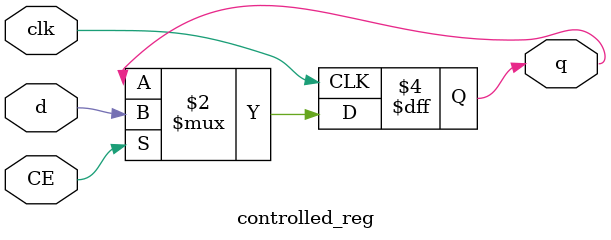
<source format=sv>
module controlled_reg(clk,CE,d,q);
	input logic clk, CE, d;
	output logic q;

	always_ff @(posedge clk) begin
		if(CE)
			q <= d;
	end

endmodule

</source>
